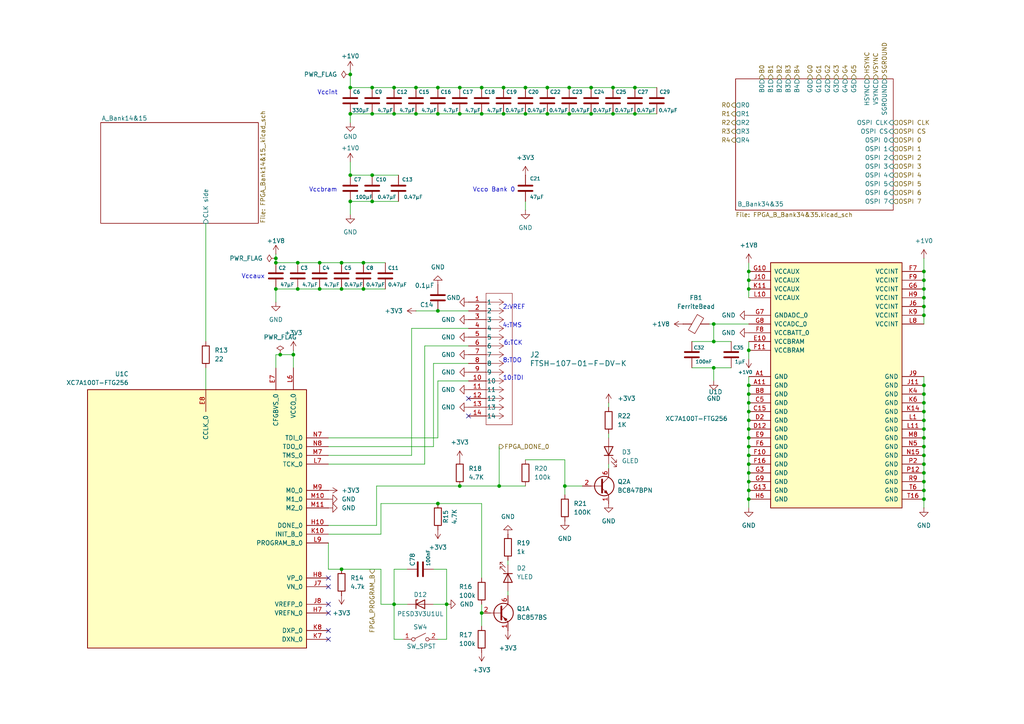
<source format=kicad_sch>
(kicad_sch (version 20250114) (generator "eeschema") (generator_version "9.0")
  (paper "A4")
  (text "8:TDO" (at 148.59 104.648 0) (effects (font (size 1.27 1.27))))
  (text "Vccaux" (at 73.406 80.264 0) (effects (font (size 1.27 1.27))))
  (text "6:TCK" (at 148.844 99.568 0) (effects (font (size 1.27 1.27))))
  (text "10:TDI" (at 148.844 109.728 0) (effects (font (size 1.27 1.27))))
  (text "Vcco Bank 0" (at 143.256 55.118 0) (effects (font (size 1.27 1.27))))
  (text "4:TMS" (at 148.59 94.488 0) (effects (font (size 1.27 1.27))))
  (text "2:VREF" (at 149.098 89.154 0) (effects (font (size 1.27 1.27))))
  (text "Vccint\n" (at 94.996 26.924 0) (effects (font (size 1.27 1.27))))
  (text "Vccbram\n" (at 93.726 55.118 0) (effects (font (size 1.27 1.27))))
  (junction (at 177.8 25.4))
  (junction (at 267.97 114.3))
  (junction (at 101.6 21.59))
  (junction (at 146.05 25.4))
  (junction (at 217.17 78.74))
  (junction (at 217.17 132.08))
  (junction (at 267.97 144.78))
  (junction (at 267.97 119.38))
  (junction (at 217.17 144.78))
  (junction (at 133.35 140.97))
  (junction (at 267.97 91.44))
  (junction (at 267.97 127))
  (junction (at 267.97 83.82))
  (junction (at 152.4 33.02))
  (junction (at 267.97 86.36))
  (junction (at 207.01 99.06))
  (junction (at 99.06 76.2))
  (junction (at 127 146.05))
  (junction (at 158.75 33.02))
  (junction (at 217.17 114.3))
  (junction (at 267.97 124.46))
  (junction (at 267.97 81.28))
  (junction (at 127 25.4))
  (junction (at 81.28 102.87))
  (junction (at 217.17 129.54))
  (junction (at 92.71 76.2))
  (junction (at 107.95 25.4))
  (junction (at 114.3 33.02))
  (junction (at 217.17 81.28))
  (junction (at 139.7 33.02))
  (junction (at 217.17 142.24))
  (junction (at 133.35 25.4))
  (junction (at 101.6 58.42))
  (junction (at 99.06 83.82))
  (junction (at 107.95 33.02))
  (junction (at 127 33.02))
  (junction (at 267.97 139.7))
  (junction (at 217.17 139.7))
  (junction (at 217.17 137.16))
  (junction (at 267.97 121.92))
  (junction (at 267.97 116.84))
  (junction (at 217.17 124.46))
  (junction (at 80.01 76.2))
  (junction (at 85.09 102.87))
  (junction (at 267.97 137.16))
  (junction (at 129.54 175.26))
  (junction (at 127 90.17))
  (junction (at 184.15 25.4))
  (junction (at 177.8 33.02))
  (junction (at 165.1 25.4))
  (junction (at 146.05 33.02))
  (junction (at 107.95 50.8))
  (junction (at 207.01 106.68))
  (junction (at 267.97 132.08))
  (junction (at 114.3 25.4))
  (junction (at 217.17 119.38))
  (junction (at 114.3 175.26))
  (junction (at 80.01 74.93))
  (junction (at 158.75 25.4))
  (junction (at 267.97 142.24))
  (junction (at 144.78 140.97))
  (junction (at 217.17 111.76))
  (junction (at 133.35 33.02))
  (junction (at 105.41 83.82))
  (junction (at 105.41 76.2))
  (junction (at 101.6 50.8))
  (junction (at 86.36 76.2))
  (junction (at 80.01 83.82))
  (junction (at 107.95 58.42))
  (junction (at 171.45 33.02))
  (junction (at 165.1 33.02))
  (junction (at 217.17 101.6))
  (junction (at 267.97 78.74))
  (junction (at 86.36 83.82))
  (junction (at 152.4 25.4))
  (junction (at 120.65 25.4))
  (junction (at 163.83 140.97))
  (junction (at 267.97 129.54))
  (junction (at 139.7 177.8))
  (junction (at 217.17 134.62))
  (junction (at 217.17 116.84))
  (junction (at 267.97 134.62))
  (junction (at 139.7 25.4))
  (junction (at 217.17 83.82))
  (junction (at 101.6 33.02))
  (junction (at 99.06 165.1))
  (junction (at 217.17 121.92))
  (junction (at 207.01 93.98))
  (junction (at 120.65 33.02))
  (junction (at 171.45 25.4))
  (junction (at 92.71 83.82))
  (junction (at 267.97 111.76))
  (junction (at 184.15 33.02))
  (junction (at 101.6 25.4))
  (junction (at 217.17 127))
  (junction (at 267.97 88.9))
  (no_connect (at 95.25 167.64))
  (no_connect (at 95.25 170.18))
  (no_connect (at 135.89 115.57))
  (no_connect (at 95.25 182.88))
  (no_connect (at 95.25 185.42))
  (no_connect (at 135.89 120.65))
  (no_connect (at 95.25 175.26))
  (no_connect (at 95.25 177.8))
  (wire (pts (xy 267.97 124.46) (xy 267.97 127)))
  (wire (pts (xy 267.97 127) (xy 267.97 129.54)))
  (wire (pts (xy 139.7 25.4) (xy 146.05 25.4)))
  (wire (pts (xy 129.54 185.42) (xy 127 185.42)))
  (wire (pts (xy 107.95 33.02) (xy 114.3 33.02)))
  (wire (pts (xy 267.97 111.76) (xy 267.97 114.3)))
  (wire (pts (xy 135.89 95.25) (xy 119.38 95.25)))
  (wire (pts (xy 267.97 83.82) (xy 267.97 86.36)))
  (wire (pts (xy 147.32 171.45) (xy 147.32 172.72)))
  (wire (pts (xy 217.17 121.92) (xy 217.17 124.46)))
  (wire (pts (xy 114.3 165.1) (xy 114.3 175.26)))
  (wire (pts (xy 217.17 144.78) (xy 217.17 147.32)))
  (wire (pts (xy 177.8 25.4) (xy 184.15 25.4)))
  (wire (pts (xy 119.38 95.25) (xy 119.38 132.08)))
  (wire (pts (xy 127 25.4) (xy 133.35 25.4)))
  (wire (pts (xy 200.66 99.06) (xy 207.01 99.06)))
  (wire (pts (xy 81.28 102.87) (xy 85.09 102.87)))
  (wire (pts (xy 109.22 140.97) (xy 133.35 140.97)))
  (wire (pts (xy 92.71 83.82) (xy 99.06 83.82)))
  (wire (pts (xy 207.01 93.98) (xy 207.01 99.06)))
  (wire (pts (xy 114.3 175.26) (xy 114.3 185.42)))
  (wire (pts (xy 163.83 133.35) (xy 163.83 140.97)))
  (wire (pts (xy 92.71 76.2) (xy 99.06 76.2)))
  (wire (pts (xy 267.97 81.28) (xy 267.97 83.82)))
  (wire (pts (xy 86.36 76.2) (xy 92.71 76.2)))
  (wire (pts (xy 163.83 140.97) (xy 168.91 140.97)))
  (wire (pts (xy 120.65 90.17) (xy 127 90.17)))
  (wire (pts (xy 146.05 25.4) (xy 152.4 25.4)))
  (wire (pts (xy 207.01 93.98) (xy 217.17 93.98)))
  (wire (pts (xy 123.19 100.33) (xy 123.19 134.62)))
  (wire (pts (xy 59.69 64.77) (xy 59.69 99.06)))
  (wire (pts (xy 85.09 101.6) (xy 85.09 102.87)))
  (wire (pts (xy 127 110.49) (xy 127 127)))
  (wire (pts (xy 125.73 165.1) (xy 129.54 165.1)))
  (wire (pts (xy 217.17 76.2) (xy 217.17 78.74)))
  (wire (pts (xy 95.25 157.48) (xy 95.25 165.1)))
  (wire (pts (xy 267.97 134.62) (xy 267.97 137.16)))
  (wire (pts (xy 101.6 33.02) (xy 101.6 35.56)))
  (wire (pts (xy 120.65 25.4) (xy 127 25.4)))
  (wire (pts (xy 267.97 132.08) (xy 267.97 134.62)))
  (wire (pts (xy 80.01 83.82) (xy 86.36 83.82)))
  (wire (pts (xy 101.6 58.42) (xy 101.6 62.23)))
  (wire (pts (xy 125.73 105.41) (xy 125.73 129.54)))
  (wire (pts (xy 267.97 142.24) (xy 267.97 144.78)))
  (wire (pts (xy 152.4 33.02) (xy 158.75 33.02)))
  (wire (pts (xy 85.09 102.87) (xy 85.09 106.68)))
  (wire (pts (xy 110.49 175.26) (xy 114.3 175.26)))
  (wire (pts (xy 217.17 99.06) (xy 217.17 101.6)))
  (wire (pts (xy 114.3 33.02) (xy 120.65 33.02)))
  (wire (pts (xy 217.17 81.28) (xy 217.17 83.82)))
  (wire (pts (xy 118.11 165.1) (xy 114.3 165.1)))
  (wire (pts (xy 95.25 152.4) (xy 109.22 152.4)))
  (wire (pts (xy 152.4 25.4) (xy 158.75 25.4)))
  (wire (pts (xy 158.75 33.02) (xy 165.1 33.02)))
  (wire (pts (xy 95.25 127) (xy 127 127)))
  (wire (pts (xy 80.01 83.82) (xy 80.01 87.63)))
  (wire (pts (xy 139.7 146.05) (xy 139.7 167.64)))
  (wire (pts (xy 176.53 116.84) (xy 176.53 118.11)))
  (wire (pts (xy 217.17 134.62) (xy 217.17 137.16)))
  (wire (pts (xy 135.89 110.49) (xy 127 110.49)))
  (wire (pts (xy 129.54 165.1) (xy 129.54 175.26)))
  (wire (pts (xy 109.22 140.97) (xy 109.22 152.4)))
  (wire (pts (xy 158.75 25.4) (xy 165.1 25.4)))
  (wire (pts (xy 144.78 129.54) (xy 144.78 140.97)))
  (wire (pts (xy 217.17 114.3) (xy 217.17 116.84)))
  (wire (pts (xy 267.97 78.74) (xy 267.97 81.28)))
  (wire (pts (xy 217.17 127) (xy 217.17 129.54)))
  (wire (pts (xy 110.49 146.05) (xy 127 146.05)))
  (wire (pts (xy 152.4 133.35) (xy 163.83 133.35)))
  (wire (pts (xy 217.17 111.76) (xy 217.17 114.3)))
  (wire (pts (xy 139.7 33.02) (xy 146.05 33.02)))
  (wire (pts (xy 80.01 74.93) (xy 80.01 76.2)))
  (wire (pts (xy 59.69 106.68) (xy 59.69 113.03)))
  (wire (pts (xy 101.6 25.4) (xy 107.95 25.4)))
  (wire (pts (xy 127 90.17) (xy 135.89 90.17)))
  (wire (pts (xy 217.17 116.84) (xy 217.17 119.38)))
  (wire (pts (xy 267.97 129.54) (xy 267.97 132.08)))
  (wire (pts (xy 95.25 165.1) (xy 99.06 165.1)))
  (wire (pts (xy 133.35 25.4) (xy 139.7 25.4)))
  (wire (pts (xy 125.73 129.54) (xy 95.25 129.54)))
  (wire (pts (xy 267.97 116.84) (xy 267.97 119.38)))
  (wire (pts (xy 95.25 134.62) (xy 123.19 134.62)))
  (wire (pts (xy 207.01 99.06) (xy 212.09 99.06)))
  (wire (pts (xy 107.95 58.42) (xy 115.57 58.42)))
  (wire (pts (xy 217.17 124.46) (xy 217.17 127)))
  (wire (pts (xy 217.17 78.74) (xy 217.17 81.28)))
  (wire (pts (xy 267.97 114.3) (xy 267.97 116.84)))
  (wire (pts (xy 133.35 33.02) (xy 139.7 33.02)))
  (wire (pts (xy 139.7 175.26) (xy 139.7 177.8)))
  (wire (pts (xy 139.7 177.8) (xy 139.7 181.61)))
  (wire (pts (xy 146.05 33.02) (xy 152.4 33.02)))
  (wire (pts (xy 217.17 139.7) (xy 217.17 142.24)))
  (wire (pts (xy 217.17 83.82) (xy 217.17 86.36)))
  (wire (pts (xy 135.89 100.33) (xy 123.19 100.33)))
  (wire (pts (xy 267.97 86.36) (xy 267.97 88.9)))
  (wire (pts (xy 217.17 109.22) (xy 217.17 111.76)))
  (wire (pts (xy 217.17 137.16) (xy 217.17 139.7)))
  (wire (pts (xy 184.15 33.02) (xy 190.5 33.02)))
  (wire (pts (xy 144.78 140.97) (xy 152.4 140.97)))
  (wire (pts (xy 267.97 137.16) (xy 267.97 139.7)))
  (wire (pts (xy 101.6 33.02) (xy 107.95 33.02)))
  (wire (pts (xy 86.36 83.82) (xy 92.71 83.82)))
  (wire (pts (xy 205.74 93.98) (xy 207.01 93.98)))
  (wire (pts (xy 101.6 20.32) (xy 101.6 21.59)))
  (wire (pts (xy 80.01 76.2) (xy 86.36 76.2)))
  (wire (pts (xy 125.73 175.26) (xy 129.54 175.26)))
  (wire (pts (xy 101.6 50.8) (xy 107.95 50.8)))
  (wire (pts (xy 267.97 74.93) (xy 267.97 78.74)))
  (wire (pts (xy 129.54 175.26) (xy 129.54 185.42)))
  (wire (pts (xy 267.97 91.44) (xy 267.97 93.98)))
  (wire (pts (xy 163.83 140.97) (xy 163.83 143.51)))
  (wire (pts (xy 217.17 132.08) (xy 217.17 134.62)))
  (wire (pts (xy 267.97 121.92) (xy 267.97 124.46)))
  (wire (pts (xy 99.06 76.2) (xy 105.41 76.2)))
  (wire (pts (xy 217.17 101.6) (xy 217.17 104.14)))
  (wire (pts (xy 171.45 25.4) (xy 177.8 25.4)))
  (wire (pts (xy 110.49 146.05) (xy 110.49 154.94)))
  (wire (pts (xy 80.01 73.66) (xy 80.01 74.93)))
  (wire (pts (xy 152.4 58.42) (xy 152.4 60.96)))
  (wire (pts (xy 114.3 175.26) (xy 118.11 175.26)))
  (wire (pts (xy 95.25 132.08) (xy 119.38 132.08)))
  (wire (pts (xy 95.25 154.94) (xy 110.49 154.94)))
  (wire (pts (xy 107.95 50.8) (xy 115.57 50.8)))
  (wire (pts (xy 171.45 33.02) (xy 177.8 33.02)))
  (wire (pts (xy 165.1 25.4) (xy 171.45 25.4)))
  (wire (pts (xy 165.1 33.02) (xy 171.45 33.02)))
  (wire (pts (xy 212.09 106.68) (xy 207.01 106.68)))
  (wire (pts (xy 147.32 162.56) (xy 147.32 163.83)))
  (wire (pts (xy 101.6 21.59) (xy 101.6 25.4)))
  (wire (pts (xy 120.65 33.02) (xy 127 33.02)))
  (wire (pts (xy 99.06 83.82) (xy 105.41 83.82)))
  (wire (pts (xy 99.06 165.1) (xy 110.49 165.1)))
  (wire (pts (xy 267.97 119.38) (xy 267.97 121.92)))
  (wire (pts (xy 177.8 33.02) (xy 184.15 33.02)))
  (wire (pts (xy 217.17 129.54) (xy 217.17 132.08)))
  (wire (pts (xy 110.49 165.1) (xy 110.49 175.26)))
  (wire (pts (xy 80.01 102.87) (xy 81.28 102.87)))
  (wire (pts (xy 217.17 119.38) (xy 217.17 121.92)))
  (wire (pts (xy 101.6 58.42) (xy 107.95 58.42)))
  (wire (pts (xy 107.95 25.4) (xy 114.3 25.4)))
  (wire (pts (xy 176.53 134.62) (xy 176.53 135.89)))
  (wire (pts (xy 101.6 46.99) (xy 101.6 50.8)))
  (wire (pts (xy 80.01 102.87) (xy 80.01 106.68)))
  (wire (pts (xy 105.41 83.82) (xy 111.76 83.82)))
  (wire (pts (xy 133.35 140.97) (xy 144.78 140.97)))
  (wire (pts (xy 114.3 185.42) (xy 116.84 185.42)))
  (wire (pts (xy 184.15 25.4) (xy 190.5 25.4)))
  (wire (pts (xy 267.97 144.78) (xy 267.97 147.32)))
  (wire (pts (xy 267.97 109.22) (xy 267.97 111.76)))
  (wire (pts (xy 207.01 106.68) (xy 200.66 106.68)))
  (wire (pts (xy 207.01 106.68) (xy 207.01 110.49)))
  (wire (pts (xy 105.41 76.2) (xy 111.76 76.2)))
  (wire (pts (xy 267.97 139.7) (xy 267.97 142.24)))
  (wire (pts (xy 135.89 105.41) (xy 125.73 105.41)))
  (wire (pts (xy 127 146.05) (xy 139.7 146.05)))
  (wire (pts (xy 267.97 88.9) (xy 267.97 91.44)))
  (wire (pts (xy 176.53 125.73) (xy 176.53 127)))
  (wire (pts (xy 127 33.02) (xy 133.35 33.02)))
  (wire (pts (xy 114.3 25.4) (xy 120.65 25.4)))
  (wire (pts (xy 217.17 142.24) (xy 217.17 144.78)))
  (hierarchical_label "OSPI CS" (shape input) (at 259.08 38.1 0))
  (hierarchical_label "OSPI 1" (shape input) (at 259.08 43.18 0))
  (hierarchical_label "OSPI 6" (shape input) (at 259.08 55.88 0))
  (hierarchical_label "B0" (shape output) (at 220.98 22.86 90))
  (hierarchical_label "G1" (shape output) (at 237.49 22.86 90))
  (hierarchical_label "OSPI 5" (shape input) (at 259.08 53.34 0))
  (hierarchical_label "VSYNC" (shape output) (at 254 22.86 90))
  (hierarchical_label "G0" (shape output) (at 234.95 22.86 90))
  (hierarchical_label "R3" (shape output) (at 213.36 38.1 180))
  (hierarchical_label "B4" (shape output) (at 231.14 22.86 90))
  (hierarchical_label "G3" (shape output) (at 242.57 22.86 90))
  (hierarchical_label "G5" (shape output) (at 247.65 22.86 90))
  (hierarchical_label "B1" (shape output) (at 223.52 22.86 90))
  (hierarchical_label "B2" (shape output) (at 226.06 22.86 90))
  (hierarchical_label "R1" (shape output) (at 213.36 33.02 180))
  (hierarchical_label "FPGA_DONE_0" (shape output) (at 144.78 129.54 0))
  (hierarchical_label "OSPI CLK" (shape input) (at 259.08 35.56 0))
  (hierarchical_label "R2" (shape output) (at 213.36 35.56 180))
  (hierarchical_label "B3" (shape output) (at 228.6 22.86 90))
  (hierarchical_label "G4" (shape output) (at 245.11 22.86 90))
  (hierarchical_label "FPGA_PROGRAM_B" (shape output) (at 107.95 165.1 270))
  (hierarchical_label "SGROUND" (shape output) (at 256.54 22.86 90))
  (hierarchical_label "HSYNC" (shape output) (at 251.46 22.86 90))
  (hierarchical_label "OSPI 2" (shape input) (at 259.08 45.72 0))
  (hierarchical_label "R0" (shape output) (at 213.36 30.48 180))
  (hierarchical_label "OSPI 4" (shape input) (at 259.08 50.8 0))
  (hierarchical_label "R4" (shape output) (at 213.36 40.64 180))
  (hierarchical_label "OSPI 7" (shape input) (at 259.08 58.42 0))
  (hierarchical_label "OSPI 3" (shape input) (at 259.08 48.26 0))
  (hierarchical_label "G2" (shape output) (at 240.03 22.86 90))
  (hierarchical_label "OSPI 0" (shape input) (at 259.08 40.64 0))
  (symbol (lib_id "power:GND") (at 207.01 110.49 0) (unit 1)
    (property "Reference" "#PWR039" (effects (hide yes)))
    (property "Value" "GND" (at 207.01 115.57 0))
    (property "Description" "Power symbol creates a global label with name \"GND\" , ground" (effects (hide yes)))
  )
  (symbol (lib_id "Device:C") (at 86.36 80.01 0) (unit 1)
    (property "Reference" "C3" (at 87.122 77.724 0) (effects (font (size 1.016 1.016)) (justify left)))
    (property "Value" "4.7µF" (at 87.63 82.55 0) (effects (font (size 1.016 1.016)) (justify left)))
    (property "Footprint" "Capacitor_SMD:C_0805_2012Metric_Pad1.18x1.45mm_HandSolder" (effects (hide yes)))
    (property "Description" "Unpolarized capacitor" (effects (hide yes)))
  )
  (symbol (lib_id "Device:R") (at 59.69 102.87 0) (unit 1)
    (property "Reference" "R13" (at 62.23 101.5999 0) (effects (justify left)))
    (property "Value" "22" (at 62.23 104.1399 0) (effects (justify left)))
    (property "Footprint" "Resistor_SMD:R_0805_2012Metric_Pad1.20x1.40mm_HandSolder" (effects (hide yes)))
    (property "Description" "Resistor" (effects (hide yes)))
  )
  (symbol (lib_id "Device:LED") (at 147.32 167.64 270) (unit 1)
    (property "Reference" "D2" (at 149.86 164.7824 90) (effects (justify left)))
    (property "Value" "YLED" (at 149.86 167.3224 90) (effects (justify left)))
    (property "Footprint" "LED_SMD:LED_1210_3225Metric_Pad1.42x2.65mm_HandSolder" (effects (hide yes)))
    (property "Description" "Light emitting diode" (effects (hide yes)))
    (property "Sim.Pins" "1=K 2=A" (effects (hide yes)))
  )
  (symbol (lib_id "power:GND") (at 135.89 113.03 270) (unit 1)
    (property "Reference" "#PWR024" (effects (hide yes)))
    (property "Value" "GND" (at 132.08 113.0299 90) (effects (justify right)))
    (property "Description" "Power symbol creates a global label with name \"GND\" , ground" (effects (hide yes)))
  )
  (symbol (lib_id "Device:C") (at 105.41 80.01 0) (unit 1)
    (property "Reference" "C8" (at 106.172 77.724 0) (effects (font (size 1.016 1.016)) (justify left)))
    (property "Value" "0.47µF" (at 106.172 82.55 0) (effects (font (size 1.016 1.016)) (justify left)))
    (property "Footprint" "Capacitor_SMD:C_0603_1608Metric_Pad1.08x0.95mm_HandSolder" (effects (hide yes)))
    (property "Description" "Unpolarized capacitor" (effects (hide yes)))
  )
  (symbol (lib_id "power:GND") (at 152.4 60.96 0) (unit 1)
    (property "Reference" "#PWR033" (effects (hide yes)))
    (property "Value" "GND" (at 152.4 66.04 0))
    (property "Description" "Power symbol creates a global label with name \"GND\" , ground" (effects (hide yes)))
  )
  (symbol (lib_id "Device:C") (at 127 86.36 180) (unit 1)
    (property "Reference" "C14" (at 125.73 88.392 0) (effects (justify left)))
    (property "Value" "0.1µF" (at 125.984 82.804 0) (effects (justify left)))
    (property "Footprint" "Capacitor_SMD:C_0603_1608Metric_Pad1.08x0.95mm_HandSolder" (effects (hide yes)))
    (property "Description" "Unpolarized capacitor" (effects (hide yes)))
  )
  (symbol (lib_id "power:+1V8") (at 80.01 73.66 0) (unit 1)
    (property "Reference" "#PWR06" (effects (hide yes)))
    (property "Value" "+1V8" (at 80.01 69.85 0))
    (property "Description" "Power symbol creates a global label with name \"+1V8\"" (effects (hide yes)))
  )
  (symbol (lib_id "power:PWR_FLAG") (at 80.01 74.93 90) (unit 1)
    (property "Reference" "#FLG04" (effects (hide yes)))
    (property "Value" "PWR_FLAG" (at 76.2 74.9299 90) (effects (justify left)))
    (property "Description" "Special symbol for telling ERC where power comes from" (effects (hide yes)))
  )
  (symbol (lib_id "Device:R") (at 152.4 137.16 180) (unit 1)
    (property "Reference" "R20" (at 154.94 135.8899 0) (effects (justify right)))
    (property "Value" "100k" (at 154.94 138.4299 0) (effects (justify right)))
    (property "Footprint" "Resistor_SMD:R_0805_2012Metric_Pad1.20x1.40mm_HandSolder" (effects (hide yes)))
    (property "Description" "Resistor" (effects (hide yes)))
  )
  (symbol (lib_id "Device:R") (at 176.53 121.92 0) (unit 1)
    (property "Reference" "R22" (at 179.07 120.6499 0) (effects (justify left)))
    (property "Value" "1K" (at 179.07 123.1899 0) (effects (justify left)))
    (property "Footprint" "Resistor_SMD:R_0805_2012Metric_Pad1.20x1.40mm_HandSolder" (effects (hide yes)))
    (property "Description" "Resistor" (effects (hide yes)))
  )
  (symbol (lib_id "power:GND") (at 176.53 146.05 0) (unit 1)
    (property "Reference" "#PWR036" (effects (hide yes)))
    (property "Value" "GND" (at 176.53 151.13 0))
    (property "Description" "Power symbol creates a global label with name \"GND\" , ground" (effects (hide yes)))
  )
  (symbol (lib_id "power:+3V3") (at 120.65 90.17 90) (unit 1)
    (property "Reference" "#PWR017" (effects (hide yes)))
    (property "Value" "+3V3" (at 116.84 90.1699 90) (effects (justify left)))
    (property "Description" "Power symbol creates a global label with name \"+3V3\"" (effects (hide yes)))
  )
  (symbol (lib_id "Device:C") (at 152.4 29.21 0) (unit 1)
    (property "Reference" "C20" (at 153.162 26.67 0) (effects (font (size 1.016 1.016)) (justify left)))
    (property "Value" "0.47µF" (at 152.908 32.004 0) (effects (font (size 1.016 1.016)) (justify left)))
    (property "Footprint" "Capacitor_SMD:C_0603_1608Metric_Pad1.08x0.95mm_HandSolder" (effects (hide yes)))
    (property "Description" "Unpolarized capacitor" (effects (hide yes)))
  )
  (symbol (lib_id "Diode:PESD3V3U1UL") (at 121.92 175.26 0) (unit 1)
    (property "Reference" "D12" (at 121.92 172.466 0))
    (property "Value" "PESD3V3U1UL" (at 121.92 178.054 0))
    (property "Footprint" "Diode_SMD:D_SOD-882" (effects (hide yes)))
    (property "Datasheet" "https://assets.nexperia.com/documents/data-sheet/PESD3V3U1UL.pdf" (effects (hide yes)))
    (property "Description" "Ultra low capacitance unidirectional ESD protection diode, 3.3V, SOD-882" (effects (hide yes)))
  )
  (symbol (lib_id "power:GND") (at 147.32 154.94 180) (unit 1)
    (property "Reference" "#PWR030" (effects (hide yes)))
    (property "Value" "GND" (at 147.32 149.86 0))
    (property "Description" "Power symbol creates a global label with name \"GND\" , ground" (effects (hide yes)))
  )
  (symbol (lib_name "XC7A100T-FTG256_1") (lib_id "FPGA_Xilinx_Artix7:XC7A100T-FTG256") (at 242.57 111.76 0) (unit 4)
    (property "Reference" "U1" (at 209.55 113.6649 0) (effects (justify right)))
    (property "Value" "XC7A100T-FTG256" (at 211.074 121.412 0) (effects (justify right)))
    (property "Footprint" "Package_BGA:Xilinx_FTG256" (effects (hide yes)))
    (property "Description" "Artix 7 T 100 XC7A100T-FTG256" (effects (hide yes)))
  )
  (symbol (lib_id "power:+3V3") (at 147.32 182.88 180) (unit 1)
    (property "Reference" "#PWR031" (effects (hide yes)))
    (property "Value" "+3V3" (at 147.32 187.96 0))
    (property "Description" "Power symbol creates a global label with name \"+3V3\"" (effects (hide yes)))
  )
  (symbol (lib_id "power:GND") (at 135.89 102.87 270) (unit 1)
    (property "Reference" "#PWR022" (effects (hide yes)))
    (property "Value" "GND" (at 132.08 102.8699 90) (effects (justify right)))
    (property "Description" "Power symbol creates a global label with name \"GND\" , ground" (effects (hide yes)))
  )
  (symbol (lib_id "power:GND") (at 129.54 175.26 90) (unit 1)
    (property "Reference" "#PWR087" (effects (hide yes)))
    (property "Value" "GND" (at 133.35 175.2599 90) (effects (justify right)))
    (property "Description" "Power symbol creates a global label with name \"GND\" , ground" (effects (hide yes)))
  )
  (symbol (lib_id "Device:C") (at 158.75 29.21 0) (unit 1)
    (property "Reference" "C22" (at 159.512 26.67 0) (effects (font (size 1.016 1.016)) (justify left)))
    (property "Value" "0.47µF" (at 159.258 32.004 0) (effects (font (size 1.016 1.016)) (justify left)))
    (property "Footprint" "Capacitor_SMD:C_0603_1608Metric_Pad1.08x0.95mm_HandSolder" (effects (hide yes)))
    (property "Description" "Unpolarized capacitor" (effects (hide yes)))
  )
  (symbol (lib_id "Device:C") (at 139.7 29.21 0) (unit 1)
    (property "Reference" "C18" (at 140.462 26.67 0) (effects (font (size 1.016 1.016)) (justify left)))
    (property "Value" "4.7µF" (at 141.224 32.004 0) (effects (font (size 1.016 1.016)) (justify left)))
    (property "Footprint" "Capacitor_SMD:C_0805_2012Metric_Pad1.18x1.45mm_HandSolder" (effects (hide yes)))
    (property "Description" "Unpolarized capacitor" (effects (hide yes)))
  )
  (symbol (lib_id "power:GND") (at 135.89 107.95 270) (unit 1)
    (property "Reference" "#PWR023" (effects (hide yes)))
    (property "Value" "GND" (at 132.08 107.9499 90) (effects (justify right)))
    (property "Description" "Power symbol creates a global label with name \"GND\" , ground" (effects (hide yes)))
  )
  (symbol (lib_id "Device:LED") (at 176.53 130.81 90) (unit 1)
    (property "Reference" "D3" (at 180.34 131.1274 90) (effects (justify right)))
    (property "Value" "GLED" (at 180.34 133.6674 90) (effects (justify right)))
    (property "Footprint" "LED_SMD:LED_1210_3225Metric_Pad1.42x2.65mm_HandSolder" (effects (hide yes)))
    (property "Description" "Light emitting diode" (effects (hide yes)))
    (property "Sim.Pins" "1=K 2=A" (effects (hide yes)))
  )
  (symbol (lib_id "power:+3V3") (at 85.09 101.6 0) (unit 1)
    (property "Reference" "#PWR08" (effects (hide yes)))
    (property "Value" "+3V3" (at 85.09 96.52 0))
    (property "Description" "Power symbol creates a global label with name \"+3V3\"" (effects (hide yes)))
  )
  (symbol (lib_id "power:+1V8") (at 217.17 76.2 0) (unit 1)
    (property "Reference" "#PWR040" (effects (hide yes)))
    (property "Value" "+1V8" (at 217.17 71.12 0))
    (property "Description" "Power symbol creates a global label with name \"+1V8\"" (effects (hide yes)))
  )
  (symbol (lib_id "power:+1V0") (at 217.17 104.14 180) (unit 1)
    (property "Reference" "#PWR043" (effects (hide yes)))
    (property "Value" "+1V0" (at 216.154 107.95 0) (effects (font (size 1.016 1.016))))
    (property "Description" "Power symbol creates a global label with name \"+1V0\"" (effects (hide yes)))
  )
  (symbol (lib_id "Device:R") (at 133.35 137.16 0) (unit 1)
    (property "Reference" "R18" (at 135.89 135.8899 0) (effects (justify left)))
    (property "Value" "4.7K" (at 135.89 138.4299 0) (effects (justify left)))
    (property "Footprint" "Resistor_SMD:R_0805_2012Metric_Pad1.20x1.40mm_HandSolder" (effects (hide yes)))
    (property "Description" "Resistor" (effects (hide yes)))
  )
  (symbol (lib_id "power:PWR_FLAG") (at 101.6 21.59 90) (unit 1)
    (property "Reference" "#FLG02" (effects (hide yes)))
    (property "Value" "PWR_FLAG" (at 97.79 21.5899 90) (effects (justify left)))
    (property "Description" "Special symbol for telling ERC where power comes from" (effects (hide yes)))
  )
  (symbol (lib_id "power:GND") (at 135.89 92.71 270) (unit 1)
    (property "Reference" "#PWR05" (effects (hide yes)))
    (property "Value" "GND" (at 132.08 92.7099 90) (effects (justify right)))
    (property "Description" "Power symbol creates a global label with name \"GND\" , ground" (effects (hide yes)))
  )
  (symbol (lib_id "Device:FerriteBead") (at 201.93 93.98 90) (unit 1)
    (property "Reference" "FB1" (at 201.8792 86.36 90))
    (property "Value" "FerriteBead" (at 201.8792 88.9 90))
    (property "Footprint" "Inductor_SMD:L_0805_2012Metric_Pad1.15x1.40mm_HandSolder" (effects (hide yes)))
    (property "Description" "Ferrite bead" (effects (hide yes)))
  )
  (symbol (lib_id "power:+3V3") (at 99.06 172.72 180) (unit 1)
    (property "Reference" "#PWR016" (effects (hide yes)))
    (property "Value" "+3V3" (at 99.06 177.8 0))
    (property "Description" "Power symbol creates a global label with name \"+3V3\"" (effects (hide yes)))
  )
  (symbol (lib_id "power:+3V3") (at 152.4 50.8 0) (unit 1)
    (property "Reference" "#PWR032" (effects (hide yes)))
    (property "Value" "+3V3" (at 152.4 45.72 0))
    (property "Description" "Power symbol creates a global label with name \"+3V3\"" (effects (hide yes)))
  )
  (symbol (lib_id "Device:C") (at 101.6 29.21 0) (unit 1)
    (property "Reference" "C6" (at 102.362 26.67 0) (effects (font (size 1.016 1.016)) (justify left)))
    (property "Value" "330µF" (at 102.108 32.004 0) (effects (font (size 1.016 1.016)) (justify left)))
    (property "Footprint" "Capacitor_Tantalum_SMD:CP_EIA-7343-31_Kemet-D_HandSolder" (effects (hide yes)))
    (property "Description" "Unpolarized capacitor" (effects (hide yes)))
  )
  (symbol (lib_id "Switch:SW_SPST") (at 121.92 185.42 0) (unit 1)
    (property "Reference" "SW4" (at 121.92 181.864 0))
    (property "Value" "SW_SPST" (at 122.174 187.452 0))
    (property "Footprint" "Button_Switch_THT:SW_TH_Tactile_Omron_B3F-100x" (effects (hide yes)))
    (property "Description" "Single Pole Single Throw (SPST) switch" (effects (hide yes)))
  )
  (symbol (lib_id "power:GND") (at 135.89 87.63 270) (unit 1)
    (property "Reference" "#PWR04" (effects (hide yes)))
    (property "Value" "GND" (at 133.604 86.36 90) (effects (justify right)))
    (property "Description" "Power symbol creates a global label with name \"GND\" , ground" (effects (hide yes)))
  )
  (symbol (lib_id "Device:R") (at 99.06 168.91 0) (unit 1)
    (property "Reference" "R14" (at 101.6 167.6399 0) (effects (justify left)))
    (property "Value" "4.7k" (at 101.6 170.1799 0) (effects (justify left)))
    (property "Footprint" "Resistor_SMD:R_0805_2012Metric_Pad1.20x1.40mm_HandSolder" (effects (hide yes)))
    (property "Description" "Resistor" (effects (hide yes)))
  )
  (symbol (lib_id "power:+3V3") (at 95.25 142.24 270) (unit 1)
    (property "Reference" "#PWR0135" (effects (hide yes)))
    (property "Value" "+3V3" (at 99.06 142.2399 90) (effects (justify left)))
    (property "Description" "Power symbol creates a global label with name \"+3V3\"" (effects (hide yes)))
  )
  (symbol (lib_id "power:+3V3") (at 176.53 116.84 0) (unit 1)
    (property "Reference" "#PWR020" (effects (hide yes)))
    (property "Value" "+3V3" (at 179.07 115.5699 0) (effects (justify left)))
    (property "Description" "Power symbol creates a global label with name \"+3V3\"" (effects (hide yes)))
  )
  (symbol (lib_id "power:GND") (at 135.89 97.79 270) (unit 1)
    (property "Reference" "#PWR021" (effects (hide yes)))
    (property "Value" "GND" (at 132.08 97.7899 90) (effects (justify right)))
    (property "Description" "Power symbol creates a global label with name \"GND\" , ground" (effects (hide yes)))
  )
  (symbol (lib_id "Device:R") (at 139.7 171.45 0) (unit 1)
    (property "Reference" "R16" (at 133.096 170.18 0) (effects (justify left)))
    (property "Value" "100k" (at 133.096 172.72 0) (effects (justify left)))
    (property "Footprint" "Resistor_SMD:R_0805_2012Metric_Pad1.20x1.40mm_HandSolder" (effects (hide yes)))
    (property "Description" "Resistor" (effects (hide yes)))
  )
  (symbol (lib_id "Device:C") (at 121.92 165.1 90) (unit 1)
    (property "Reference" "C78" (at 119.634 162.306 0))
    (property "Value" "100nF" (at 124.206 161.798 0) (effects (font (size 1.016 1.016))))
    (property "Footprint" "Capacitor_SMD:C_0603_1608Metric_Pad1.08x0.95mm_HandSolder" (effects (hide yes)))
    (property "Description" "Unpolarized capacitor" (effects (hide yes)))
  )
  (symbol (lib_id "power:GND") (at 217.17 91.44 270) (unit 1)
    (property "Reference" "#PWR041" (effects (hide yes)))
    (property "Value" "GND" (at 213.36 91.4399 90) (effects (justify right)))
    (property "Description" "Power symbol creates a global label with name \"GND\" , ground" (effects (hide yes)))
  )
  (symbol (lib_id "Device:C") (at 114.3 29.21 0) (unit 1)
    (property "Reference" "C12" (at 115.062 26.67 0) (effects (font (size 1.016 1.016)) (justify left)))
    (property "Value" "4.7µF" (at 115.824 32.004 0) (effects (font (size 1.016 1.016)) (justify left)))
    (property "Footprint" "Capacitor_SMD:C_0805_2012Metric_Pad1.18x1.45mm_HandSolder" (effects (hide yes)))
    (property "Description" "Unpolarized capacitor" (effects (hide yes)))
  )
  (symbol (lib_id "power:+3V3") (at 127 153.67 180) (unit 1)
    (property "Reference" "#PWR09" (effects (hide yes)))
    (property "Value" "+3V3" (at 127 158.75 0))
    (property "Description" "Power symbol creates a global label with name \"+3V3\"" (effects (hide yes)))
  )
  (symbol (lib_id "power:+3V3") (at 139.7 189.23 180) (unit 1)
    (property "Reference" "#PWR028" (effects (hide yes)))
    (property "Value" "+3V3" (at 139.7 194.31 0))
    (property "Description" "Power symbol creates a global label with name \"+3V3\"" (effects (hide yes)))
  )
  (symbol (lib_id "power:GND") (at 163.83 151.13 0) (unit 1)
    (property "Reference" "#PWR034" (effects (hide yes)))
    (property "Value" "GND" (at 163.83 156.21 0))
    (property "Description" "Power symbol creates a global label with name \"GND\" , ground" (effects (hide yes)))
  )
  (symbol (lib_id "Device:C") (at 212.09 102.87 0) (unit 1)
    (property "Reference" "C35" (at 212.598 100.838 0) (effects (font (size 1.016 1.016)) (justify left)))
    (property "Value" "1µF" (at 213.106 104.902 0) (effects (font (size 1.016 1.016)) (justify left)))
    (property "Footprint" "Capacitor_SMD:C_0805_2012Metric_Pad1.18x1.45mm_HandSolder" (effects (hide yes)))
    (property "Description" "Unpolarized capacitor" (effects (hide yes)))
  )
  (symbol (lib_id "Device:C") (at 127 29.21 0) (unit 1)
    (property "Reference" "C16" (at 127.762 26.67 0) (effects (font (size 1.016 1.016)) (justify left)))
    (property "Value" "4.7µF" (at 128.524 32.004 0) (effects (font (size 1.016 1.016)) (justify left)))
    (property "Footprint" "Capacitor_SMD:C_0805_2012Metric_Pad1.18x1.45mm_HandSolder" (effects (hide yes)))
    (property "Description" "Unpolarized capacitor" (effects (hide yes)))
  )
  (symbol (lib_id "power:GND") (at 95.25 144.78 90) (unit 1)
    (property "Reference" "#PWR010" (effects (hide yes)))
    (property "Value" "GND" (at 99.06 144.7799 90) (effects (justify right)))
    (property "Description" "Power symbol creates a global label with name \"GND\" , ground" (effects (hide yes)))
  )
  (symbol (lib_id "power:GND") (at 135.89 118.11 270) (unit 1)
    (property "Reference" "#PWR025" (effects (hide yes)))
    (property "Value" "GND" (at 132.08 118.1099 90) (effects (justify right)))
    (property "Description" "Power symbol creates a global label with name \"GND\" , ground" (effects (hide yes)))
  )
  (symbol (lib_id "Transistor_BJT:BC847BPN") (at 173.99 140.97 0) (unit 1)
    (property "Reference" "Q2" (at 179.07 139.6999 0) (effects (justify left)))
    (property "Value" "BC847BPN" (at 179.07 142.2399 0) (effects (justify left)))
    (property "Footprint" "Package_TO_SOT_SMD:SOT-363_SC-70-6" (effects (hide yes)))
    (property "Datasheet" "https://assets.nexperia.com/documents/data-sheet/BC847BPN.pdf" (effects (hide yes)))
    (property "Description" "100mA IC, 45V Vce, Dual NPN/PNP Transistors, SOT-363" (effects (hide yes)))
  )
  (symbol (lib_id "2025-09-21_16-27-56:FTSH-107-01-F-DV-K") (at 135.89 87.63 0) (unit 1)
    (property "Reference" "J2" (at 153.67 102.87 0) (effects (font (size 1.524 1.524)) (justify left)))
    (property "Value" "FTSH-107-01-F-DV-K" (at 153.67 105.41 0) (effects (font (size 1.524 1.524)) (justify left)))
    (property "Footprint" "Project_Footprints:CON14_2X7_DUK_FTSH_SAI" (effects (hide yes)))
    (property "Datasheet" "FTSH-107-01-F-DV-K" (effects (hide yes)))
  )
  (symbol (lib_id "Device:C") (at 80.01 80.01 0) (unit 1)
    (property "Reference" "C2" (at 80.772 77.724 0) (effects (font (size 1.016 1.016)) (justify left)))
    (property "Value" "47µF" (at 81.28 82.55 0) (effects (font (size 1.016 1.016)) (justify left)))
    (property "Footprint" "Capacitor_SMD:C_1210_3225Metric_Pad1.33x2.70mm_HandSolder" (effects (hide yes)))
    (property "Description" "Unpolarized capacitor" (effects (hide yes)))
  )
  (symbol (lib_id "power:+1V8") (at 198.12 93.98 90) (unit 1)
    (property "Reference" "#PWR0125" (effects (hide yes)))
    (property "Value" "+1V8" (at 194.31 93.9799 90) (effects (justify left)))
    (property "Description" "Power symbol creates a global label with name \"+1V8\"" (effects (hide yes)))
  )
  (symbol (lib_id "Device:C") (at 99.06 80.01 0) (unit 1)
    (property "Reference" "C5" (at 99.822 77.724 0) (effects (font (size 1.016 1.016)) (justify left)))
    (property "Value" "0.47µF" (at 99.822 82.55 0) (effects (font (size 1.016 1.016)) (justify left)))
    (property "Footprint" "Capacitor_SMD:C_0603_1608Metric_Pad1.08x0.95mm_HandSolder" (effects (hide yes)))
    (property "Description" "Unpolarized capacitor" (effects (hide yes)))
  )
  (symbol (lib_id "power:GND") (at 101.6 35.56 0) (unit 1)
    (property "Reference" "#PWR013" (effects (hide yes)))
    (property "Value" "GND" (at 101.6 39.624 0))
    (property "Description" "Power symbol creates a global label with name \"GND\" , ground" (effects (hide yes)))
  )
  (symbol (lib_id "power:GND") (at 217.17 96.52 270) (unit 1)
    (property "Reference" "#PWR042" (effects (hide yes)))
    (property "Value" "GND" (at 213.36 96.5199 90) (effects (justify right)))
    (property "Description" "Power symbol creates a global label with name \"GND\" , ground" (effects (hide yes)))
  )
  (symbol (lib_id "Device:C") (at 101.6 54.61 0) (unit 1)
    (property "Reference" "C7" (at 102.616 52.07 0) (effects (font (size 1.016 1.016)) (justify left)))
    (property "Value" "100µF" (at 103.124 57.15 0) (effects (font (size 1.016 1.016)) (justify left)))
    (property "Footprint" "Capacitor_SMD:C_1210_3225Metric_Pad1.33x2.70mm_HandSolder" (effects (hide yes)))
    (property "Description" "Unpolarized capacitor" (effects (hide yes)))
  )
  (symbol (lib_id "Device:C") (at 184.15 29.21 0) (unit 1)
    (property "Reference" "C27" (at 184.912 26.67 0) (effects (font (size 1.016 1.016)) (justify left)))
    (property "Value" "0.47µF" (at 184.658 32.004 0) (effects (font (size 1.016 1.016)) (justify left)))
    (property "Footprint" "Capacitor_SMD:C_0603_1608Metric_Pad1.08x0.95mm_HandSolder" (effects (hide yes)))
    (property "Description" "Unpolarized capacitor" (effects (hide yes)))
  )
  (symbol (lib_id "Device:C") (at 177.8 29.21 0) (unit 1)
    (property "Reference" "C25" (at 178.562 26.67 0) (effects (font (size 1.016 1.016)) (justify left)))
    (property "Value" "0.47µF" (at 178.308 32.004 0) (effects (font (size 1.016 1.016)) (justify left)))
    (property "Footprint" "Capacitor_SMD:C_0603_1608Metric_Pad1.08x0.95mm_HandSolder" (effects (hide yes)))
    (property "Description" "Unpolarized capacitor" (effects (hide yes)))
  )
  (symbol (lib_id "Device:C") (at 190.5 29.21 0) (unit 1)
    (property "Reference" "C29" (at 191.262 26.67 0) (effects (font (size 1.016 1.016)) (justify left)))
    (property "Value" "0.47µF" (at 191.008 32.004 0) (effects (font (size 1.016 1.016)) (justify left)))
    (property "Footprint" "Capacitor_SMD:C_0603_1608Metric_Pad1.08x0.95mm_HandSolder" (effects (hide yes)))
    (property "Description" "Unpolarized capacitor" (effects (hide yes)))
  )
  (symbol (lib_id "Transistor_BJT:BC857BS") (at 144.78 177.8 0) (unit 1)
    (property "Reference" "Q1" (at 149.86 176.5299 0) (effects (justify left)))
    (property "Value" "BC857BS" (at 149.86 179.0699 0) (effects (justify left)))
    (property "Footprint" "Package_TO_SOT_SMD:SOT-363_SC-70-6" (effects (hide yes)))
    (property "Datasheet" "https://assets.nexperia.com/documents/data-sheet/BC857BS.pdf" (effects (hide yes)))
    (property "Description" "100mA IC, 45V Vce, Dual PNP/PNP Transistors, SOT-363" (effects (hide yes)))
  )
  (symbol (lib_id "Device:R") (at 147.32 158.75 180) (unit 1)
    (property "Reference" "R19" (at 149.86 157.4799 0) (effects (justify right)))
    (property "Value" "1k" (at 149.86 160.0199 0) (effects (justify right)))
    (property "Footprint" "Resistor_SMD:R_0805_2012Metric_Pad1.20x1.40mm_HandSolder" (effects (hide yes)))
    (property "Description" "Resistor" (effects (hide yes)))
  )
  (symbol (lib_id "Device:C") (at 92.71 80.01 0) (unit 1)
    (property "Reference" "C4" (at 93.472 77.724 0) (effects (font (size 1.016 1.016)) (justify left)))
    (property "Value" "4.7µF" (at 93.98 82.55 0) (effects (font (size 1.016 1.016)) (justify left)))
    (property "Footprint" "Capacitor_SMD:C_0805_2012Metric_Pad1.18x1.45mm_HandSolder" (effects (hide yes)))
    (property "Description" "Unpolarized capacitor" (effects (hide yes)))
  )
  (symbol (lib_id "Device:C") (at 146.05 29.21 0) (unit 1)
    (property "Reference" "C19" (at 146.812 26.67 0) (effects (font (size 1.016 1.016)) (justify left)))
    (property "Value" "0.47µF" (at 146.558 32.004 0) (effects (font (size 1.016 1.016)) (justify left)))
    (property "Footprint" "Capacitor_SMD:C_0603_1608Metric_Pad1.08x0.95mm_HandSolder" (effects (hide yes)))
    (property "Description" "Unpolarized capacitor" (effects (hide yes)))
  )
  (symbol (lib_id "power:PWR_FLAG") (at 81.28 102.87 0) (unit 1)
    (property "Reference" "#FLG03" (effects (hide yes)))
    (property "Value" "PWR_FLAG" (at 81.28 97.79 0))
    (property "Description" "Special symbol for telling ERC where power comes from" (effects (hide yes)))
  )
  (symbol (lib_id "power:GND") (at 217.17 147.32 0) (unit 1)
    (property "Reference" "#PWR044" (effects (hide yes)))
    (property "Value" "GND" (at 217.17 152.4 0))
    (property "Description" "Power symbol creates a global label with name \"GND\" , ground" (effects (hide yes)))
  )
  (symbol (lib_id "power:+3V3") (at 133.35 133.35 0) (unit 1)
    (property "Reference" "#PWR029" (effects (hide yes)))
    (property "Value" "+3V3" (at 133.35 128.27 0))
    (property "Description" "Power symbol creates a global label with name \"+3V3\"" (effects (hide yes)))
  )
  (symbol (lib_id "Device:C") (at 165.1 29.21 0) (unit 1)
    (property "Reference" "C23" (at 165.862 26.67 0) (effects (font (size 1.016 1.016)) (justify left)))
    (property "Value" "0.47µF" (at 165.608 32.004 0) (effects (font (size 1.016 1.016)) (justify left)))
    (property "Footprint" "Capacitor_SMD:C_0603_1608Metric_Pad1.08x0.95mm_HandSolder" (effects (hide yes)))
    (property "Description" "Unpolarized capacitor" (effects (hide yes)))
  )
  (symbol (lib_id "Device:C") (at 120.65 29.21 0) (unit 1)
    (property "Reference" "C15" (at 121.412 26.67 0) (effects (font (size 1.016 1.016)) (justify left)))
    (property "Value" "4.7µF" (at 122.174 32.004 0) (effects (font (size 1.016 1.016)) (justify left)))
    (property "Footprint" "Capacitor_SMD:C_0805_2012Metric_Pad1.18x1.45mm_HandSolder" (effects (hide yes)))
    (property "Description" "Unpolarized capacitor" (effects (hide yes)))
  )
  (symbol (lib_id "Device:C") (at 152.4 54.61 0) (unit 1)
    (property "Reference" "C21" (at 153.67 51.816 0) (effects (font (size 1.016 1.016)) (justify left)))
    (property "Value" "47µF" (at 153.67 57.15 0) (effects (font (size 1.016 1.016)) (justify left)))
    (property "Footprint" "Capacitor_SMD:C_1210_3225Metric_Pad1.33x2.70mm_HandSolder" (effects (hide yes)))
    (property "Description" "Unpolarized capacitor" (effects (hide yes)))
  )
  (symbol (lib_id "power:+1V0") (at 101.6 46.99 0) (unit 1)
    (property "Reference" "#PWR014" (effects (hide yes)))
    (property "Value" "+1V0" (at 101.6 42.926 0))
    (property "Description" "Power symbol creates a global label with name \"+1V0\"" (effects (hide yes)))
  )
  (symbol (lib_id "power:+1V0") (at 101.6 20.32 0) (unit 1)
    (property "Reference" "#PWR012" (effects (hide yes)))
    (property "Value" "+1V0" (at 101.6 16.256 0))
    (property "Description" "Power symbol creates a global label with name \"+1V0\"" (effects (hide yes)))
  )
  (symbol (lib_id "power:GND") (at 80.01 87.63 0) (unit 1)
    (property "Reference" "#PWR07" (effects (hide yes)))
    (property "Value" "GND" (at 80.01 92.71 0))
    (property "Description" "Power symbol creates a global label with name \"GND\" , ground" (effects (hide yes)))
  )
  (symbol (lib_id "Device:R") (at 127 149.86 0) (unit 1)
    (property "Reference" "R15" (at 129.286 149.86 90))
    (property "Value" "4.7K" (at 131.826 149.86 90))
    (property "Footprint" "Resistor_SMD:R_0805_2012Metric_Pad1.20x1.40mm_HandSolder" (effects (hide yes)))
    (property "Description" "Resistor" (effects (hide yes)))
  )
  (symbol (lib_id "power:GND") (at 267.97 147.32 0) (unit 1)
    (property "Reference" "#PWR046" (effects (hide yes)))
    (property "Value" "GND" (at 267.97 152.4 0))
    (property "Description" "Power symbol creates a global label with name \"GND\" , ground" (effects (hide yes)))
  )
  (symbol (lib_id "Device:C") (at 115.57 54.61 0) (unit 1)
    (property "Reference" "C13" (at 116.586 52.07 0) (effects (font (size 1.016 1.016)) (justify left)))
    (property "Value" "0.47µF" (at 117.094 57.15 0) (effects (font (size 1.016 1.016)) (justify left)))
    (property "Footprint" "Capacitor_SMD:C_0603_1608Metric_Pad1.08x0.95mm_HandSolder" (effects (hide yes)))
    (property "Description" "Unpolarized capacitor" (effects (hide yes)))
  )
  (symbol (lib_id "Device:C") (at 133.35 29.21 0) (unit 1)
    (property "Reference" "C17" (at 134.112 26.67 0) (effects (font (size 1.016 1.016)) (justify left)))
    (property "Value" "4.7µF" (at 134.874 32.004 0) (effects (font (size 1.016 1.016)) (justify left)))
    (property "Footprint" "Capacitor_SMD:C_0805_2012Metric_Pad1.18x1.45mm_HandSolder" (effects (hide yes)))
    (property "Description" "Unpolarized capacitor" (effects (hide yes)))
  )
  (symbol (lib_id "power:GND") (at 101.6 62.23 0) (unit 1)
    (property "Reference" "#PWR015" (effects (hide yes)))
    (property "Value" "GND" (at 101.6 67.31 0))
    (property "Description" "Power symbol creates a global label with name \"GND\" , ground" (effects (hide yes)))
  )
  (symbol (lib_id "power:GND") (at 95.25 147.32 90) (unit 1)
    (property "Reference" "#PWR011" (effects (hide yes)))
    (property "Value" "GND" (at 99.06 147.3199 90) (effects (justify right)))
    (property "Description" "Power symbol creates a global label with name \"GND\" , ground" (effects (hide yes)))
  )
  (symbol (lib_id "Device:C") (at 111.76 80.01 0) (unit 1)
    (property "Reference" "C11" (at 112.522 77.724 0) (effects (font (size 1.016 1.016)) (justify left)))
    (property "Value" "0.47µF" (at 112.522 82.55 0) (effects (font (size 1.016 1.016)) (justify left)))
    (property "Footprint" "Capacitor_SMD:C_0603_1608Metric_Pad1.08x0.95mm_HandSolder" (effects (hide yes)))
    (property "Description" "Unpolarized capacitor" (effects (hide yes)))
  )
  (symbol (lib_id "Device:R") (at 139.7 185.42 0) (unit 1)
    (property "Reference" "R17" (at 133.096 184.15 0) (effects (justify left)))
    (property "Value" "100k" (at 133.096 186.69 0) (effects (justify left)))
    (property "Footprint" "Resistor_SMD:R_0805_2012Metric_Pad1.20x1.40mm_HandSolder" (effects (hide yes)))
    (property "Description" "Resistor" (effects (hide yes)))
  )
  (symbol (lib_id "Device:C") (at 171.45 29.21 0) (unit 1)
    (property "Reference" "C24" (at 172.212 26.67 0) (effects (font (size 1.016 1.016)) (justify left)))
    (property "Value" "0.47µF" (at 171.958 32.004 0) (effects (font (size 1.016 1.016)) (justify left)))
    (property "Footprint" "Capacitor_SMD:C_0603_1608Metric_Pad1.08x0.95mm_HandSolder" (effects (hide yes)))
    (property "Description" "Unpolarized capacitor" (effects (hide yes)))
  )
  (symbol (lib_id "Device:C") (at 107.95 29.21 0) (unit 1)
    (property "Reference" "C9" (at 108.712 26.67 0) (effects (font (size 1.016 1.016)) (justify left)))
    (property "Value" "4.7µF" (at 109.474 32.004 0) (effects (font (size 1.016 1.016)) (justify left)))
    (property "Footprint" "Capacitor_SMD:C_0805_2012Metric_Pad1.18x1.45mm_HandSolder" (effects (hide yes)))
    (property "Description" "Unpolarized capacitor" (effects (hide yes)))
  )
  (symbol (lib_id "Device:C") (at 107.95 54.61 0) (unit 1)
    (property "Reference" "C10" (at 108.966 52.07 0) (effects (font (size 1.016 1.016)) (justify left)))
    (property "Value" "0.47µF" (at 109.474 57.15 0) (effects (font (size 1.016 1.016)) (justify left)))
    (property "Footprint" "Capacitor_SMD:C_0603_1608Metric_Pad1.08x0.95mm_HandSolder" (effects (hide yes)))
    (property "Description" "Unpolarized capacitor" (effects (hide yes)))
  )
  (symbol (lib_id "FPGA_Xilinx_Artix7:XC7A100T-FTG256") (at 57.15 147.32 0) (unit 3)
    (property "Reference" "U1" (at 37.338 108.458 0) (effects (justify right)))
    (property "Value" "XC7A100T-FTG256" (at 37.338 110.998 0) (effects (justify right)))
    (property "Footprint" "Package_BGA:Xilinx_FTG256" (effects (hide yes)))
    (property "Description" "Artix 7 T 100 XC7A100T-FTG256" (effects (hide yes)))
  )
  (symbol (lib_id "Device:R") (at 163.83 147.32 0) (unit 1)
    (property "Reference" "R21" (at 166.37 146.0499 0) (effects (justify left)))
    (property "Value" "100K" (at 166.37 148.5899 0) (effects (justify left)))
    (property "Footprint" "Resistor_SMD:R_0805_2012Metric_Pad1.20x1.40mm_HandSolder" (effects (hide yes)))
    (property "Description" "Resistor" (effects (hide yes)))
  )
  (symbol (lib_id "power:GND") (at 127 82.55 180) (unit 1)
    (property "Reference" "#PWR019" (effects (hide yes)))
    (property "Value" "GND" (at 127 77.47 0))
    (property "Description" "Power symbol creates a global label with name \"GND\" , ground" (effects (hide yes)))
  )
  (symbol (lib_id "Device:C") (at 200.66 102.87 0) (unit 1)
    (property "Reference" "C32" (at 201.168 100.838 0) (effects (font (size 1.016 1.016)) (justify left)))
    (property "Value" "100nF" (at 201.676 104.902 0) (effects (font (size 1.016 1.016)) (justify left)))
    (property "Footprint" "Capacitor_SMD:C_0603_1608Metric_Pad1.08x0.95mm_HandSolder" (effects (hide yes)))
    (property "Description" "Unpolarized capacitor" (effects (hide yes)))
  )
  (symbol (lib_id "power:+1V0") (at 267.97 74.93 0) (unit 1)
    (property "Reference" "#PWR045" (effects (hide yes)))
    (property "Value" "+1V0" (at 267.97 69.85 0))
    (property "Description" "Power symbol creates a global label with name \"+1V0\"" (effects (hide yes)))
  )
  (sheet (at 213.36 22.86) (size 45.72 38.1) (stroke (width 0.1524))
    (property "Sheetname" "B_Bank34&35" (at 213.868 59.944 0) (effects (justify left bottom)))
    (property "Sheetfile" "FPGA_B_Bank34&35.kicad_sch" (at 213.36 61.5446 0) (effects (justify left top)))
    (pin "B0" output (at 220.98 22.86 90))
    (pin "B1" output (at 223.52 22.86 90))
    (pin "B2" output (at 226.06 22.86 90))
    (pin "B3" output (at 228.6 22.86 90))
    (pin "B4" output (at 231.14 22.86 90))
    (pin "G0" output (at 234.95 22.86 90))
    (pin "G1" output (at 237.49 22.86 90))
    (pin "G2" output (at 240.03 22.86 90))
    (pin "G3" output (at 242.57 22.86 90))
    (pin "G4" output (at 245.11 22.86 90))
    (pin "G5" output (at 247.65 22.86 90))
    (pin "HSYNC" output (at 251.46 22.86 90))
    (pin "R0" output (at 213.36 30.48 180))
    (pin "R1" output (at 213.36 33.02 180))
    (pin "R2" output (at 213.36 35.56 180))
    (pin "R3" output (at 213.36 38.1 180))
    (pin "R4" output (at 213.36 40.64 180))
    (pin "SGROUND" output (at 256.54 22.86 90))
    (pin "VSYNC" output (at 254 22.86 90))
    (pin "OSPI 2" input (at 259.08 45.72 0))
    (pin "OSPI 0" input (at 259.08 40.64 0))
    (pin "OSPI 6" input (at 259.08 55.88 0))
    (pin "OSPI 3" input (at 259.08 48.26 0))
    (pin "OSPI CS" input (at 259.08 38.1 0))
    (pin "OSPI CLK" input (at 259.08 35.56 0))
    (pin "OSPI 5" input (at 259.08 53.34 0))
    (pin "OSPI 7" input (at 259.08 58.42 0))
    (pin "OSPI 4" input (at 259.08 50.8 0))
    (pin "OSPI 1" input (at 259.08 43.18 0))
  )
  (sheet (at 29.21 35.56) (size 45.72 29.21) (stroke (width 0.1524))
    (property "Sheetname" "A_Bank14&15" (at 29.464 35.052 0) (effects (justify left bottom)))
    (property "Sheetfile" "FPGA_Bank14&15_.kicad_sch" (at 75.5146 64.77 90) (effects (justify left top)))
    (pin "CLK side" input (at 59.69 64.77 270))
  )
)
</source>
